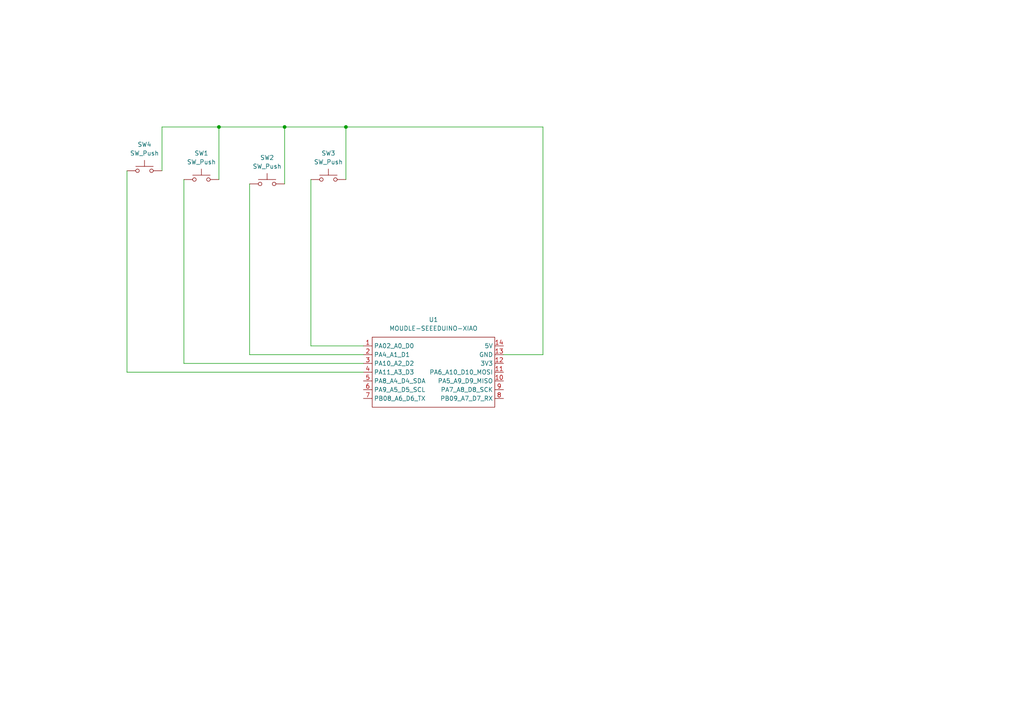
<source format=kicad_sch>
(kicad_sch
	(version 20250114)
	(generator "eeschema")
	(generator_version "9.0")
	(uuid "1f0cf71c-a792-4174-9b97-75d8217bd1af")
	(paper "A4")
	(lib_symbols
		(symbol "Switch:SW_Push"
			(pin_numbers
				(hide yes)
			)
			(pin_names
				(offset 1.016)
				(hide yes)
			)
			(exclude_from_sim no)
			(in_bom yes)
			(on_board yes)
			(property "Reference" "SW"
				(at 1.27 2.54 0)
				(effects
					(font
						(size 1.27 1.27)
					)
					(justify left)
				)
			)
			(property "Value" "SW_Push"
				(at 0 -1.524 0)
				(effects
					(font
						(size 1.27 1.27)
					)
				)
			)
			(property "Footprint" ""
				(at 0 5.08 0)
				(effects
					(font
						(size 1.27 1.27)
					)
					(hide yes)
				)
			)
			(property "Datasheet" "~"
				(at 0 5.08 0)
				(effects
					(font
						(size 1.27 1.27)
					)
					(hide yes)
				)
			)
			(property "Description" "Push button switch, generic, two pins"
				(at 0 0 0)
				(effects
					(font
						(size 1.27 1.27)
					)
					(hide yes)
				)
			)
			(property "ki_keywords" "switch normally-open pushbutton push-button"
				(at 0 0 0)
				(effects
					(font
						(size 1.27 1.27)
					)
					(hide yes)
				)
			)
			(symbol "SW_Push_0_1"
				(circle
					(center -2.032 0)
					(radius 0.508)
					(stroke
						(width 0)
						(type default)
					)
					(fill
						(type none)
					)
				)
				(polyline
					(pts
						(xy 0 1.27) (xy 0 3.048)
					)
					(stroke
						(width 0)
						(type default)
					)
					(fill
						(type none)
					)
				)
				(circle
					(center 2.032 0)
					(radius 0.508)
					(stroke
						(width 0)
						(type default)
					)
					(fill
						(type none)
					)
				)
				(polyline
					(pts
						(xy 2.54 1.27) (xy -2.54 1.27)
					)
					(stroke
						(width 0)
						(type default)
					)
					(fill
						(type none)
					)
				)
				(pin passive line
					(at -5.08 0 0)
					(length 2.54)
					(name "1"
						(effects
							(font
								(size 1.27 1.27)
							)
						)
					)
					(number "1"
						(effects
							(font
								(size 1.27 1.27)
							)
						)
					)
				)
				(pin passive line
					(at 5.08 0 180)
					(length 2.54)
					(name "2"
						(effects
							(font
								(size 1.27 1.27)
							)
						)
					)
					(number "2"
						(effects
							(font
								(size 1.27 1.27)
							)
						)
					)
				)
			)
			(embedded_fonts no)
		)
		(symbol "XIAO_RP2040:MOUDLE-SEEEDUINO-XIAO"
			(exclude_from_sim no)
			(in_bom yes)
			(on_board yes)
			(property "Reference" "U"
				(at -16.51 11.43 0)
				(effects
					(font
						(size 1.27 1.27)
					)
				)
			)
			(property "Value" "MOUDLE-SEEEDUINO-XIAO"
				(at -3.81 -11.43 0)
				(effects
					(font
						(size 1.27 1.27)
					)
				)
			)
			(property "Footprint" ""
				(at -16.51 2.54 0)
				(effects
					(font
						(size 1.27 1.27)
					)
					(hide yes)
				)
			)
			(property "Datasheet" ""
				(at -16.51 2.54 0)
				(effects
					(font
						(size 1.27 1.27)
					)
					(hide yes)
				)
			)
			(property "Description" ""
				(at 0 0 0)
				(effects
					(font
						(size 1.27 1.27)
					)
					(hide yes)
				)
			)
			(symbol "MOUDLE-SEEEDUINO-XIAO_0_1"
				(rectangle
					(start -16.51 10.16)
					(end 19.05 -10.16)
					(stroke
						(width 0)
						(type default)
					)
					(fill
						(type none)
					)
				)
			)
			(symbol "MOUDLE-SEEEDUINO-XIAO_1_1"
				(pin passive line
					(at -19.05 7.62 0)
					(length 2.54)
					(name "PA02_A0_D0"
						(effects
							(font
								(size 1.27 1.27)
							)
						)
					)
					(number "1"
						(effects
							(font
								(size 1.27 1.27)
							)
						)
					)
				)
				(pin passive line
					(at -19.05 5.08 0)
					(length 2.54)
					(name "PA4_A1_D1"
						(effects
							(font
								(size 1.27 1.27)
							)
						)
					)
					(number "2"
						(effects
							(font
								(size 1.27 1.27)
							)
						)
					)
				)
				(pin passive line
					(at -19.05 2.54 0)
					(length 2.54)
					(name "PA10_A2_D2"
						(effects
							(font
								(size 1.27 1.27)
							)
						)
					)
					(number "3"
						(effects
							(font
								(size 1.27 1.27)
							)
						)
					)
				)
				(pin passive line
					(at -19.05 0 0)
					(length 2.54)
					(name "PA11_A3_D3"
						(effects
							(font
								(size 1.27 1.27)
							)
						)
					)
					(number "4"
						(effects
							(font
								(size 1.27 1.27)
							)
						)
					)
				)
				(pin passive line
					(at -19.05 -2.54 0)
					(length 2.54)
					(name "PA8_A4_D4_SDA"
						(effects
							(font
								(size 1.27 1.27)
							)
						)
					)
					(number "5"
						(effects
							(font
								(size 1.27 1.27)
							)
						)
					)
				)
				(pin passive line
					(at -19.05 -5.08 0)
					(length 2.54)
					(name "PA9_A5_D5_SCL"
						(effects
							(font
								(size 1.27 1.27)
							)
						)
					)
					(number "6"
						(effects
							(font
								(size 1.27 1.27)
							)
						)
					)
				)
				(pin passive line
					(at -19.05 -7.62 0)
					(length 2.54)
					(name "PB08_A6_D6_TX"
						(effects
							(font
								(size 1.27 1.27)
							)
						)
					)
					(number "7"
						(effects
							(font
								(size 1.27 1.27)
							)
						)
					)
				)
				(pin passive line
					(at 21.59 7.62 180)
					(length 2.54)
					(name "5V"
						(effects
							(font
								(size 1.27 1.27)
							)
						)
					)
					(number "14"
						(effects
							(font
								(size 1.27 1.27)
							)
						)
					)
				)
				(pin passive line
					(at 21.59 5.08 180)
					(length 2.54)
					(name "GND"
						(effects
							(font
								(size 1.27 1.27)
							)
						)
					)
					(number "13"
						(effects
							(font
								(size 1.27 1.27)
							)
						)
					)
				)
				(pin passive line
					(at 21.59 2.54 180)
					(length 2.54)
					(name "3V3"
						(effects
							(font
								(size 1.27 1.27)
							)
						)
					)
					(number "12"
						(effects
							(font
								(size 1.27 1.27)
							)
						)
					)
				)
				(pin passive line
					(at 21.59 0 180)
					(length 2.54)
					(name "PA6_A10_D10_MOSI"
						(effects
							(font
								(size 1.27 1.27)
							)
						)
					)
					(number "11"
						(effects
							(font
								(size 1.27 1.27)
							)
						)
					)
				)
				(pin passive line
					(at 21.59 -2.54 180)
					(length 2.54)
					(name "PA5_A9_D9_MISO"
						(effects
							(font
								(size 1.27 1.27)
							)
						)
					)
					(number "10"
						(effects
							(font
								(size 1.27 1.27)
							)
						)
					)
				)
				(pin passive line
					(at 21.59 -5.08 180)
					(length 2.54)
					(name "PA7_A8_D8_SCK"
						(effects
							(font
								(size 1.27 1.27)
							)
						)
					)
					(number "9"
						(effects
							(font
								(size 1.27 1.27)
							)
						)
					)
				)
				(pin passive line
					(at 21.59 -7.62 180)
					(length 2.54)
					(name "PB09_A7_D7_RX"
						(effects
							(font
								(size 1.27 1.27)
							)
						)
					)
					(number "8"
						(effects
							(font
								(size 1.27 1.27)
							)
						)
					)
				)
			)
			(embedded_fonts no)
		)
	)
	(junction
		(at 82.55 36.83)
		(diameter 0)
		(color 0 0 0 0)
		(uuid "2c4f1cb7-6dcf-4bac-b4af-32c1bf6e01a6")
	)
	(junction
		(at 100.33 36.83)
		(diameter 0)
		(color 0 0 0 0)
		(uuid "67fcc057-4231-486b-b5cf-c4f79fed7b14")
	)
	(junction
		(at 63.5 36.83)
		(diameter 0)
		(color 0 0 0 0)
		(uuid "c0d31ab1-5047-47b2-a309-5a3f476545c1")
	)
	(wire
		(pts
			(xy 53.34 105.41) (xy 105.41 105.41)
		)
		(stroke
			(width 0)
			(type default)
		)
		(uuid "25af89da-0c23-42dc-b209-abdb542cc217")
	)
	(wire
		(pts
			(xy 146.05 102.87) (xy 157.48 102.87)
		)
		(stroke
			(width 0)
			(type default)
		)
		(uuid "4fa73652-22b5-4efa-86ea-22fa698f6f56")
	)
	(wire
		(pts
			(xy 53.34 52.07) (xy 53.34 105.41)
		)
		(stroke
			(width 0)
			(type default)
		)
		(uuid "669ce38a-3688-4250-b82d-ab42ef563a28")
	)
	(wire
		(pts
			(xy 90.17 100.33) (xy 90.17 52.07)
		)
		(stroke
			(width 0)
			(type default)
		)
		(uuid "6d30bb6e-8048-47ca-9932-a42ae78f2a5b")
	)
	(wire
		(pts
			(xy 82.55 36.83) (xy 82.55 53.34)
		)
		(stroke
			(width 0)
			(type default)
		)
		(uuid "7e2d6be5-3ebf-446b-8882-d61dc8483ce8")
	)
	(wire
		(pts
			(xy 36.83 49.53) (xy 36.83 107.95)
		)
		(stroke
			(width 0)
			(type default)
		)
		(uuid "88d2ec28-087a-4e7a-b9ab-450845208f0a")
	)
	(wire
		(pts
			(xy 100.33 36.83) (xy 82.55 36.83)
		)
		(stroke
			(width 0)
			(type default)
		)
		(uuid "8afd3214-bd2a-4623-9a6c-712e0fbc719d")
	)
	(wire
		(pts
			(xy 72.39 102.87) (xy 72.39 53.34)
		)
		(stroke
			(width 0)
			(type default)
		)
		(uuid "8f6e76d4-25c8-4104-abd3-75b05a663b66")
	)
	(wire
		(pts
			(xy 36.83 107.95) (xy 105.41 107.95)
		)
		(stroke
			(width 0)
			(type default)
		)
		(uuid "9162ab58-6d33-45a1-a59d-97c49ec367ab")
	)
	(wire
		(pts
			(xy 157.48 102.87) (xy 157.48 36.83)
		)
		(stroke
			(width 0)
			(type default)
		)
		(uuid "9d0cf5ee-6219-46a2-a2d2-f6bef6a0c897")
	)
	(wire
		(pts
			(xy 105.41 102.87) (xy 72.39 102.87)
		)
		(stroke
			(width 0)
			(type default)
		)
		(uuid "9dc69155-252f-4c94-a8a2-2e3569344e30")
	)
	(wire
		(pts
			(xy 105.41 100.33) (xy 90.17 100.33)
		)
		(stroke
			(width 0)
			(type default)
		)
		(uuid "b46716f0-27e7-4034-9fba-f803b1117b2e")
	)
	(wire
		(pts
			(xy 63.5 52.07) (xy 63.5 36.83)
		)
		(stroke
			(width 0)
			(type default)
		)
		(uuid "d2350ffe-c456-49ab-9593-482c293dd0e7")
	)
	(wire
		(pts
			(xy 46.99 36.83) (xy 63.5 36.83)
		)
		(stroke
			(width 0)
			(type default)
		)
		(uuid "d3225769-190a-4b8a-b396-d12d253e7f54")
	)
	(wire
		(pts
			(xy 46.99 49.53) (xy 46.99 36.83)
		)
		(stroke
			(width 0)
			(type default)
		)
		(uuid "dc58287a-8e32-4f9e-b57a-85d4a47c678c")
	)
	(wire
		(pts
			(xy 157.48 36.83) (xy 100.33 36.83)
		)
		(stroke
			(width 0)
			(type default)
		)
		(uuid "e4035f23-5260-4411-9fc6-6140da050e11")
	)
	(wire
		(pts
			(xy 100.33 52.07) (xy 100.33 36.83)
		)
		(stroke
			(width 0)
			(type default)
		)
		(uuid "eb54d8a7-558c-4e0c-ad70-1fbc83c0afbd")
	)
	(wire
		(pts
			(xy 63.5 36.83) (xy 82.55 36.83)
		)
		(stroke
			(width 0)
			(type default)
		)
		(uuid "ee2975c8-12a4-4ae5-b3c8-ec7a4413ccfd")
	)
	(symbol
		(lib_id "XIAO_RP2040:MOUDLE-SEEEDUINO-XIAO")
		(at 124.46 107.95 0)
		(unit 1)
		(exclude_from_sim no)
		(in_bom yes)
		(on_board yes)
		(dnp no)
		(fields_autoplaced yes)
		(uuid "18885ad8-0543-465e-9dc4-51f8e84642e3")
		(property "Reference" "U1"
			(at 125.73 92.71 0)
			(effects
				(font
					(size 1.27 1.27)
				)
			)
		)
		(property "Value" "MOUDLE-SEEEDUINO-XIAO"
			(at 125.73 95.25 0)
			(effects
				(font
					(size 1.27 1.27)
				)
			)
		)
		(property "Footprint" "Package_DIP:CERDIP-14_W7.62mm_SideBrazed"
			(at 107.95 105.41 0)
			(effects
				(font
					(size 1.27 1.27)
				)
				(hide yes)
			)
		)
		(property "Datasheet" ""
			(at 107.95 105.41 0)
			(effects
				(font
					(size 1.27 1.27)
				)
				(hide yes)
			)
		)
		(property "Description" ""
			(at 124.46 107.95 0)
			(effects
				(font
					(size 1.27 1.27)
				)
				(hide yes)
			)
		)
		(pin "2"
			(uuid "e1487702-6c49-49b8-b982-965f3139d5e7")
		)
		(pin "12"
			(uuid "e883a8b4-a197-41fd-808e-f631fffbf0a8")
		)
		(pin "9"
			(uuid "be215552-848f-48bc-9e41-e4760e054cbd")
		)
		(pin "6"
			(uuid "0ea0bdb4-e8b1-4828-992f-c0004e22aae9")
		)
		(pin "13"
			(uuid "910abdb8-63df-4399-8f82-54164b46bc22")
		)
		(pin "8"
			(uuid "6c3615f6-e9a4-4f27-9f84-5a14089c9bb8")
		)
		(pin "14"
			(uuid "44bbf08f-0421-48f5-805a-4e991dc0ed62")
		)
		(pin "11"
			(uuid "2459778f-1c7d-493c-9b0f-29ef60357420")
		)
		(pin "5"
			(uuid "e687894b-cde1-413d-9122-ecc0bd9a46e8")
		)
		(pin "1"
			(uuid "b947d5a3-1020-442d-9c4a-b365438c66ba")
		)
		(pin "7"
			(uuid "b26d7729-6c01-4a8d-ad6e-bba18d27d019")
		)
		(pin "3"
			(uuid "7916345b-90ea-4a4e-b848-e7b6a11fdb18")
		)
		(pin "4"
			(uuid "c0f99e25-22e0-4702-aaae-9fdc29dd880b")
		)
		(pin "10"
			(uuid "5b8fe4c9-8621-45af-8621-a849c945a174")
		)
		(instances
			(project ""
				(path "/1f0cf71c-a792-4174-9b97-75d8217bd1af"
					(reference "U1")
					(unit 1)
				)
			)
		)
	)
	(symbol
		(lib_id "Switch:SW_Push")
		(at 41.91 49.53 0)
		(unit 1)
		(exclude_from_sim no)
		(in_bom yes)
		(on_board yes)
		(dnp no)
		(fields_autoplaced yes)
		(uuid "1ee75c7b-6ac4-4708-99e3-ba27eef02502")
		(property "Reference" "SW4"
			(at 41.91 41.91 0)
			(effects
				(font
					(size 1.27 1.27)
				)
			)
		)
		(property "Value" "SW_Push"
			(at 41.91 44.45 0)
			(effects
				(font
					(size 1.27 1.27)
				)
			)
		)
		(property "Footprint" "Button_Switch_Keyboard:SW_Cherry_MX_1.00u_PCB"
			(at 41.91 44.45 0)
			(effects
				(font
					(size 1.27 1.27)
				)
				(hide yes)
			)
		)
		(property "Datasheet" "~"
			(at 41.91 44.45 0)
			(effects
				(font
					(size 1.27 1.27)
				)
				(hide yes)
			)
		)
		(property "Description" "Push button switch, generic, two pins"
			(at 41.91 49.53 0)
			(effects
				(font
					(size 1.27 1.27)
				)
				(hide yes)
			)
		)
		(pin "2"
			(uuid "541b2e7d-9ef1-484c-816e-4d8764a26500")
		)
		(pin "1"
			(uuid "12f1a8db-74e9-4f1a-a760-7168532ae33b")
		)
		(instances
			(project ""
				(path "/1f0cf71c-a792-4174-9b97-75d8217bd1af"
					(reference "SW4")
					(unit 1)
				)
			)
		)
	)
	(symbol
		(lib_id "Switch:SW_Push")
		(at 58.42 52.07 0)
		(unit 1)
		(exclude_from_sim no)
		(in_bom yes)
		(on_board yes)
		(dnp no)
		(fields_autoplaced yes)
		(uuid "2cdf7a49-cd5a-41c8-98b9-26e9b46e313c")
		(property "Reference" "SW1"
			(at 58.42 44.45 0)
			(effects
				(font
					(size 1.27 1.27)
				)
			)
		)
		(property "Value" "SW_Push"
			(at 58.42 46.99 0)
			(effects
				(font
					(size 1.27 1.27)
				)
			)
		)
		(property "Footprint" "Button_Switch_Keyboard:SW_Cherry_MX_1.00u_PCB"
			(at 58.42 46.99 0)
			(effects
				(font
					(size 1.27 1.27)
				)
				(hide yes)
			)
		)
		(property "Datasheet" "~"
			(at 58.42 46.99 0)
			(effects
				(font
					(size 1.27 1.27)
				)
				(hide yes)
			)
		)
		(property "Description" "Push button switch, generic, two pins"
			(at 58.42 52.07 0)
			(effects
				(font
					(size 1.27 1.27)
				)
				(hide yes)
			)
		)
		(pin "1"
			(uuid "b8ff0ff8-7dfa-45a6-ac87-f0748bd33d06")
		)
		(pin "2"
			(uuid "92200b03-f692-4e16-8826-23251d906f37")
		)
		(instances
			(project ""
				(path "/1f0cf71c-a792-4174-9b97-75d8217bd1af"
					(reference "SW1")
					(unit 1)
				)
			)
		)
	)
	(symbol
		(lib_id "Switch:SW_Push")
		(at 77.47 53.34 0)
		(unit 1)
		(exclude_from_sim no)
		(in_bom yes)
		(on_board yes)
		(dnp no)
		(fields_autoplaced yes)
		(uuid "337421fc-99f1-4df8-827b-77dcc72332e0")
		(property "Reference" "SW2"
			(at 77.47 45.72 0)
			(effects
				(font
					(size 1.27 1.27)
				)
			)
		)
		(property "Value" "SW_Push"
			(at 77.47 48.26 0)
			(effects
				(font
					(size 1.27 1.27)
				)
			)
		)
		(property "Footprint" "Button_Switch_Keyboard:SW_Cherry_MX_1.00u_PCB"
			(at 77.47 48.26 0)
			(effects
				(font
					(size 1.27 1.27)
				)
				(hide yes)
			)
		)
		(property "Datasheet" "~"
			(at 77.47 48.26 0)
			(effects
				(font
					(size 1.27 1.27)
				)
				(hide yes)
			)
		)
		(property "Description" "Push button switch, generic, two pins"
			(at 77.47 53.34 0)
			(effects
				(font
					(size 1.27 1.27)
				)
				(hide yes)
			)
		)
		(pin "1"
			(uuid "95898d24-93ee-4268-8b3c-e8448a554273")
		)
		(pin "2"
			(uuid "40e40d88-b0a1-445f-ad99-4d6b4734c9fe")
		)
		(instances
			(project ""
				(path "/1f0cf71c-a792-4174-9b97-75d8217bd1af"
					(reference "SW2")
					(unit 1)
				)
			)
		)
	)
	(symbol
		(lib_id "Switch:SW_Push")
		(at 95.25 52.07 0)
		(unit 1)
		(exclude_from_sim no)
		(in_bom yes)
		(on_board yes)
		(dnp no)
		(fields_autoplaced yes)
		(uuid "c5a08965-21e1-4148-bffe-bc9d11d54028")
		(property "Reference" "SW3"
			(at 95.25 44.45 0)
			(effects
				(font
					(size 1.27 1.27)
				)
			)
		)
		(property "Value" "SW_Push"
			(at 95.25 46.99 0)
			(effects
				(font
					(size 1.27 1.27)
				)
			)
		)
		(property "Footprint" "Button_Switch_Keyboard:SW_Cherry_MX_1.00u_PCB"
			(at 95.25 46.99 0)
			(effects
				(font
					(size 1.27 1.27)
				)
				(hide yes)
			)
		)
		(property "Datasheet" "~"
			(at 95.25 46.99 0)
			(effects
				(font
					(size 1.27 1.27)
				)
				(hide yes)
			)
		)
		(property "Description" "Push button switch, generic, two pins"
			(at 95.25 52.07 0)
			(effects
				(font
					(size 1.27 1.27)
				)
				(hide yes)
			)
		)
		(pin "2"
			(uuid "a221f22d-73ba-46dd-b46a-15f0f6b78783")
		)
		(pin "1"
			(uuid "13af446f-b95b-4cb1-a23d-71d7e7a954c1")
		)
		(instances
			(project ""
				(path "/1f0cf71c-a792-4174-9b97-75d8217bd1af"
					(reference "SW3")
					(unit 1)
				)
			)
		)
	)
	(sheet_instances
		(path "/"
			(page "1")
		)
	)
	(embedded_fonts no)
)

</source>
